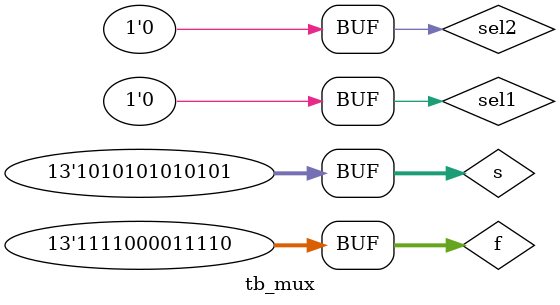
<source format=sv>
module tb_mux();
	
	logic[12:0] f = 13'b1111000011110, s = 13'b1010101010101, o;
	logic sel1, sel2;
	
	mux_2_to_1 #(.WORD_LENGTH(13)) uut(
    .sel_first(sel1),
    .sel_second(sel2),
    .first(f),
    .second(s),
    .out(o)
	);
	
	initial begin
		#200
		sel1 = 1'b1;
		#200
		sel1 = 1'b0;
		sel2 = 1'b1;
		#200
		sel2 = 1'b0;
	end

endmodule
</source>
